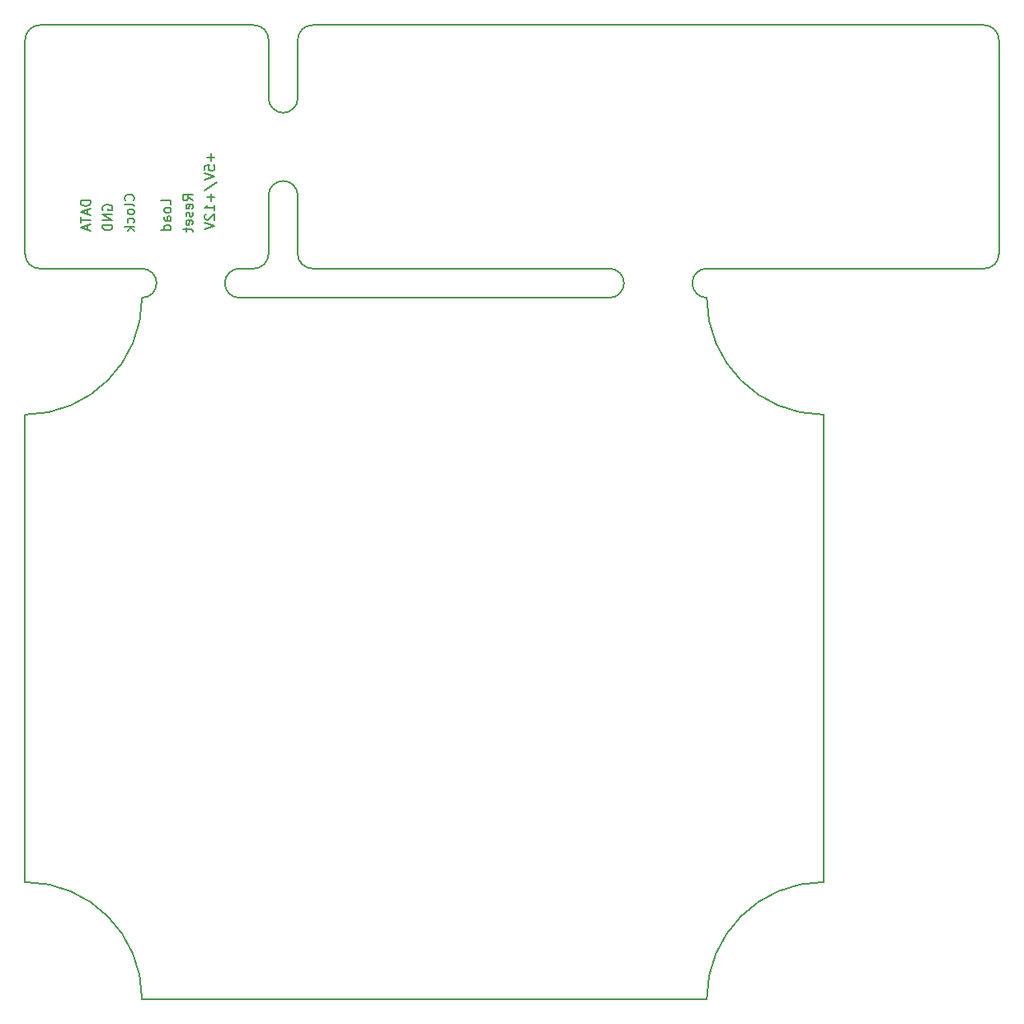
<source format=gbo>
G04 #@! TF.FileFunction,Legend,Bot*
%FSLAX46Y46*%
G04 Gerber Fmt 4.6, Leading zero omitted, Abs format (unit mm)*
G04 Created by KiCad (PCBNEW 4.0.2+dfsg1-stable) date Di 21 Feb 2017 10:36:22 CET*
%MOMM*%
G01*
G04 APERTURE LIST*
%ADD10C,0.100000*%
%ADD11C,0.200000*%
%ADD12C,0.150000*%
G04 APERTURE END LIST*
D10*
D11*
X119071429Y-59190476D02*
X119071429Y-59952381D01*
X119452381Y-59571429D02*
X118690476Y-59571429D01*
X118452381Y-60904762D02*
X118452381Y-60428571D01*
X118928571Y-60380952D01*
X118880952Y-60428571D01*
X118833333Y-60523809D01*
X118833333Y-60761905D01*
X118880952Y-60857143D01*
X118928571Y-60904762D01*
X119023810Y-60952381D01*
X119261905Y-60952381D01*
X119357143Y-60904762D01*
X119404762Y-60857143D01*
X119452381Y-60761905D01*
X119452381Y-60523809D01*
X119404762Y-60428571D01*
X119357143Y-60380952D01*
X118452381Y-61238095D02*
X119452381Y-61571428D01*
X118452381Y-61904762D01*
X118404762Y-62952381D02*
X119690476Y-62095238D01*
X119071429Y-63285714D02*
X119071429Y-64047619D01*
X119452381Y-63666667D02*
X118690476Y-63666667D01*
X119452381Y-65047619D02*
X119452381Y-64476190D01*
X119452381Y-64761904D02*
X118452381Y-64761904D01*
X118595238Y-64666666D01*
X118690476Y-64571428D01*
X118738095Y-64476190D01*
X118547619Y-65428571D02*
X118500000Y-65476190D01*
X118452381Y-65571428D01*
X118452381Y-65809524D01*
X118500000Y-65904762D01*
X118547619Y-65952381D01*
X118642857Y-66000000D01*
X118738095Y-66000000D01*
X118880952Y-65952381D01*
X119452381Y-65380952D01*
X119452381Y-66000000D01*
X118452381Y-66285714D02*
X119452381Y-66619047D01*
X118452381Y-66952381D01*
X111107143Y-64011905D02*
X111154762Y-63964286D01*
X111202381Y-63821429D01*
X111202381Y-63726191D01*
X111154762Y-63583333D01*
X111059524Y-63488095D01*
X110964286Y-63440476D01*
X110773810Y-63392857D01*
X110630952Y-63392857D01*
X110440476Y-63440476D01*
X110345238Y-63488095D01*
X110250000Y-63583333D01*
X110202381Y-63726191D01*
X110202381Y-63821429D01*
X110250000Y-63964286D01*
X110297619Y-64011905D01*
X111202381Y-64583333D02*
X111154762Y-64488095D01*
X111059524Y-64440476D01*
X110202381Y-64440476D01*
X111202381Y-65107143D02*
X111154762Y-65011905D01*
X111107143Y-64964286D01*
X111011905Y-64916667D01*
X110726190Y-64916667D01*
X110630952Y-64964286D01*
X110583333Y-65011905D01*
X110535714Y-65107143D01*
X110535714Y-65250001D01*
X110583333Y-65345239D01*
X110630952Y-65392858D01*
X110726190Y-65440477D01*
X111011905Y-65440477D01*
X111107143Y-65392858D01*
X111154762Y-65345239D01*
X111202381Y-65250001D01*
X111202381Y-65107143D01*
X111154762Y-66297620D02*
X111202381Y-66202382D01*
X111202381Y-66011905D01*
X111154762Y-65916667D01*
X111107143Y-65869048D01*
X111011905Y-65821429D01*
X110726190Y-65821429D01*
X110630952Y-65869048D01*
X110583333Y-65916667D01*
X110535714Y-66011905D01*
X110535714Y-66202382D01*
X110583333Y-66297620D01*
X111202381Y-66726191D02*
X110202381Y-66726191D01*
X110821429Y-66821429D02*
X111202381Y-67107144D01*
X110535714Y-67107144D02*
X110916667Y-66726191D01*
X114952381Y-64452381D02*
X114952381Y-63976190D01*
X113952381Y-63976190D01*
X114952381Y-64928571D02*
X114904762Y-64833333D01*
X114857143Y-64785714D01*
X114761905Y-64738095D01*
X114476190Y-64738095D01*
X114380952Y-64785714D01*
X114333333Y-64833333D01*
X114285714Y-64928571D01*
X114285714Y-65071429D01*
X114333333Y-65166667D01*
X114380952Y-65214286D01*
X114476190Y-65261905D01*
X114761905Y-65261905D01*
X114857143Y-65214286D01*
X114904762Y-65166667D01*
X114952381Y-65071429D01*
X114952381Y-64928571D01*
X114952381Y-66119048D02*
X114428571Y-66119048D01*
X114333333Y-66071429D01*
X114285714Y-65976191D01*
X114285714Y-65785714D01*
X114333333Y-65690476D01*
X114904762Y-66119048D02*
X114952381Y-66023810D01*
X114952381Y-65785714D01*
X114904762Y-65690476D01*
X114809524Y-65642857D01*
X114714286Y-65642857D01*
X114619048Y-65690476D01*
X114571429Y-65785714D01*
X114571429Y-66023810D01*
X114523810Y-66119048D01*
X114952381Y-67023810D02*
X113952381Y-67023810D01*
X114904762Y-67023810D02*
X114952381Y-66928572D01*
X114952381Y-66738095D01*
X114904762Y-66642857D01*
X114857143Y-66595238D01*
X114761905Y-66547619D01*
X114476190Y-66547619D01*
X114380952Y-66595238D01*
X114333333Y-66642857D01*
X114285714Y-66738095D01*
X114285714Y-66928572D01*
X114333333Y-67023810D01*
X117202381Y-64011905D02*
X116726190Y-63678571D01*
X117202381Y-63440476D02*
X116202381Y-63440476D01*
X116202381Y-63821429D01*
X116250000Y-63916667D01*
X116297619Y-63964286D01*
X116392857Y-64011905D01*
X116535714Y-64011905D01*
X116630952Y-63964286D01*
X116678571Y-63916667D01*
X116726190Y-63821429D01*
X116726190Y-63440476D01*
X117154762Y-64821429D02*
X117202381Y-64726191D01*
X117202381Y-64535714D01*
X117154762Y-64440476D01*
X117059524Y-64392857D01*
X116678571Y-64392857D01*
X116583333Y-64440476D01*
X116535714Y-64535714D01*
X116535714Y-64726191D01*
X116583333Y-64821429D01*
X116678571Y-64869048D01*
X116773810Y-64869048D01*
X116869048Y-64392857D01*
X117154762Y-65250000D02*
X117202381Y-65345238D01*
X117202381Y-65535714D01*
X117154762Y-65630953D01*
X117059524Y-65678572D01*
X117011905Y-65678572D01*
X116916667Y-65630953D01*
X116869048Y-65535714D01*
X116869048Y-65392857D01*
X116821429Y-65297619D01*
X116726190Y-65250000D01*
X116678571Y-65250000D01*
X116583333Y-65297619D01*
X116535714Y-65392857D01*
X116535714Y-65535714D01*
X116583333Y-65630953D01*
X117154762Y-66488096D02*
X117202381Y-66392858D01*
X117202381Y-66202381D01*
X117154762Y-66107143D01*
X117059524Y-66059524D01*
X116678571Y-66059524D01*
X116583333Y-66107143D01*
X116535714Y-66202381D01*
X116535714Y-66392858D01*
X116583333Y-66488096D01*
X116678571Y-66535715D01*
X116773810Y-66535715D01*
X116869048Y-66059524D01*
X116535714Y-66821429D02*
X116535714Y-67202381D01*
X116202381Y-66964286D02*
X117059524Y-66964286D01*
X117154762Y-67011905D01*
X117202381Y-67107143D01*
X117202381Y-67202381D01*
X108000000Y-64988096D02*
X107952381Y-64892858D01*
X107952381Y-64750001D01*
X108000000Y-64607143D01*
X108095238Y-64511905D01*
X108190476Y-64464286D01*
X108380952Y-64416667D01*
X108523810Y-64416667D01*
X108714286Y-64464286D01*
X108809524Y-64511905D01*
X108904762Y-64607143D01*
X108952381Y-64750001D01*
X108952381Y-64845239D01*
X108904762Y-64988096D01*
X108857143Y-65035715D01*
X108523810Y-65035715D01*
X108523810Y-64845239D01*
X108952381Y-65464286D02*
X107952381Y-65464286D01*
X108952381Y-66035715D01*
X107952381Y-66035715D01*
X108952381Y-66511905D02*
X107952381Y-66511905D01*
X107952381Y-66750000D01*
X108000000Y-66892858D01*
X108095238Y-66988096D01*
X108190476Y-67035715D01*
X108380952Y-67083334D01*
X108523810Y-67083334D01*
X108714286Y-67035715D01*
X108809524Y-66988096D01*
X108904762Y-66892858D01*
X108952381Y-66750000D01*
X108952381Y-66511905D01*
X106702381Y-64000000D02*
X105702381Y-64000000D01*
X105702381Y-64238095D01*
X105750000Y-64380953D01*
X105845238Y-64476191D01*
X105940476Y-64523810D01*
X106130952Y-64571429D01*
X106273810Y-64571429D01*
X106464286Y-64523810D01*
X106559524Y-64476191D01*
X106654762Y-64380953D01*
X106702381Y-64238095D01*
X106702381Y-64000000D01*
X106416667Y-64952381D02*
X106416667Y-65428572D01*
X106702381Y-64857143D02*
X105702381Y-65190476D01*
X106702381Y-65523810D01*
X105702381Y-65714286D02*
X105702381Y-66285715D01*
X106702381Y-66000000D02*
X105702381Y-66000000D01*
X106416667Y-66571429D02*
X106416667Y-67047620D01*
X106702381Y-66476191D02*
X105702381Y-66809524D01*
X106702381Y-67142858D01*
D12*
X129500000Y-71000000D02*
X160000000Y-71000000D01*
X122000000Y-71000000D02*
X123500000Y-71000000D01*
X198500000Y-46000000D02*
X129500000Y-46000000D01*
X123500000Y-46000000D02*
X101500000Y-46000000D01*
X170000000Y-71000000D02*
X198500000Y-71000000D01*
X122000000Y-74000000D02*
X160000000Y-74000000D01*
X160000000Y-74000000D02*
G75*
G03X161500000Y-72500000I0J1500000D01*
G01*
X161500000Y-72500000D02*
G75*
G03X160000000Y-71000000I-1500000J0D01*
G01*
X170000000Y-71000000D02*
G75*
G03X168500000Y-72500000I0J-1500000D01*
G01*
X168500000Y-72500000D02*
G75*
G03X170000000Y-74000000I1500000J0D01*
G01*
X128000000Y-47500000D02*
X128000000Y-53500000D01*
X128000000Y-63500000D02*
X128000000Y-69500000D01*
X125000000Y-63500000D02*
X125000000Y-69500000D01*
X125000000Y-47500000D02*
X125000000Y-53500000D01*
X126500000Y-55000000D02*
G75*
G03X128000000Y-53500000I0J1500000D01*
G01*
X125000000Y-53500000D02*
G75*
G03X126500000Y-55000000I1500000J0D01*
G01*
X128000000Y-63500000D02*
G75*
G03X126500000Y-62000000I-1500000J0D01*
G01*
X126500000Y-62000000D02*
G75*
G03X125000000Y-63500000I0J-1500000D01*
G01*
X129500000Y-46000000D02*
G75*
G03X128000000Y-47500000I0J-1500000D01*
G01*
X128000000Y-69500000D02*
G75*
G03X129500000Y-71000000I1500000J0D01*
G01*
X125000000Y-47500000D02*
G75*
G03X123500000Y-46000000I-1500000J0D01*
G01*
X123500000Y-71000000D02*
G75*
G03X125000000Y-69500000I0J1500000D01*
G01*
X112000000Y-71000000D02*
X101500000Y-71000000D01*
X120500000Y-72500000D02*
G75*
G03X122000000Y-74000000I1500000J0D01*
G01*
X122000000Y-71000000D02*
G75*
G03X120500000Y-72500000I0J-1500000D01*
G01*
X112000000Y-74000000D02*
G75*
G03X113500000Y-72500000I0J1500000D01*
G01*
X113500000Y-72500000D02*
G75*
G03X112000000Y-71000000I-1500000J0D01*
G01*
X200000000Y-69500000D02*
X200000000Y-47500000D01*
X100000000Y-47500000D02*
X100000000Y-69500000D01*
X198500000Y-71000000D02*
G75*
G03X200000000Y-69500000I0J1500000D01*
G01*
X200000000Y-47500000D02*
G75*
G03X198500000Y-46000000I-1500000J0D01*
G01*
X101500000Y-46000000D02*
G75*
G03X100000000Y-47500000I0J-1500000D01*
G01*
X100000000Y-69500000D02*
G75*
G03X101500000Y-71000000I1500000J0D01*
G01*
X112000000Y-146000000D02*
G75*
G03X100000000Y-134000000I-12000000J0D01*
G01*
X100000000Y-86000000D02*
X100000000Y-134000000D01*
X182000000Y-86000000D02*
X182000000Y-134000000D01*
X112000000Y-146000000D02*
X170000000Y-146000000D01*
X170000000Y-74000000D02*
G75*
G03X182000000Y-86000000I12000000J0D01*
G01*
X100000000Y-86000000D02*
G75*
G03X112000000Y-74000000I0J12000000D01*
G01*
X182000000Y-134000000D02*
G75*
G03X170000000Y-146000000I0J-12000000D01*
G01*
M02*

</source>
